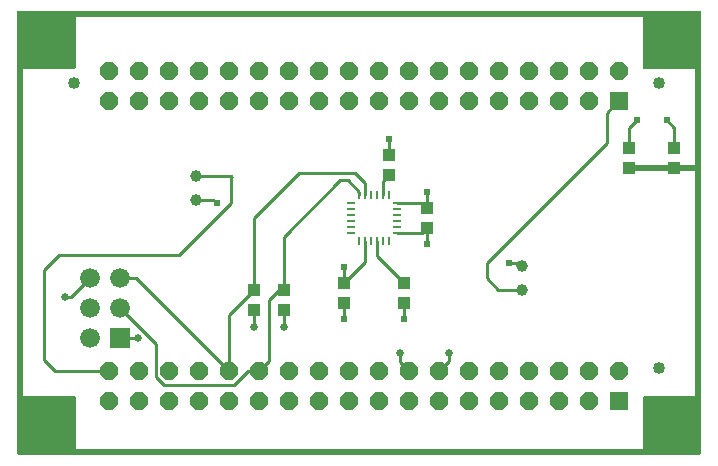
<source format=gbr>
G04 EAGLE Gerber RS-274X export*
G75*
%MOMM*%
%FSLAX34Y34*%
%LPD*%
%INTop Copper*%
%IPPOS*%
%AMOC8*
5,1,8,0,0,1.08239X$1,22.5*%
G01*
%ADD10R,1.100000X1.000000*%
%ADD11C,1.016000*%
%ADD12C,1.004800*%
%ADD13C,0.990600*%
%ADD14C,4.445000*%
%ADD15R,0.790000X0.260000*%
%ADD16R,0.260000X0.790000*%
%ADD17R,1.524000X1.524000*%
%ADD18P,1.649562X8X202.500000*%
%ADD19R,1.676400X1.676400*%
%ADD20C,1.676400*%
%ADD21C,0.254000*%
%ADD22C,0.609600*%
%ADD23C,0.654800*%
%ADD24C,0.508000*%

G36*
X-129756Y402708D02*
X-129756Y402708D01*
X-129763Y402827D01*
X-129776Y402865D01*
X-129781Y402906D01*
X-129824Y403016D01*
X-129861Y403129D01*
X-129883Y403164D01*
X-129898Y403201D01*
X-129967Y403297D01*
X-130031Y403398D01*
X-130061Y403426D01*
X-130084Y403459D01*
X-130176Y403535D01*
X-130263Y403616D01*
X-130298Y403636D01*
X-130329Y403661D01*
X-130437Y403712D01*
X-130541Y403770D01*
X-130581Y403780D01*
X-130617Y403797D01*
X-130734Y403819D01*
X-130849Y403849D01*
X-130909Y403853D01*
X-130929Y403857D01*
X-130950Y403855D01*
X-131010Y403859D01*
X-707390Y403859D01*
X-707508Y403844D01*
X-707627Y403837D01*
X-707665Y403824D01*
X-707706Y403819D01*
X-707816Y403776D01*
X-707929Y403739D01*
X-707964Y403717D01*
X-708001Y403702D01*
X-708097Y403633D01*
X-708198Y403569D01*
X-708226Y403539D01*
X-708259Y403516D01*
X-708335Y403424D01*
X-708416Y403337D01*
X-708436Y403302D01*
X-708461Y403271D01*
X-708512Y403163D01*
X-708570Y403059D01*
X-708580Y403019D01*
X-708597Y402983D01*
X-708619Y402866D01*
X-708649Y402751D01*
X-708653Y402691D01*
X-708657Y402671D01*
X-708655Y402650D01*
X-708659Y402590D01*
X-708659Y29210D01*
X-708644Y29092D01*
X-708637Y28973D01*
X-708624Y28935D01*
X-708619Y28894D01*
X-708576Y28784D01*
X-708539Y28671D01*
X-708517Y28636D01*
X-708502Y28599D01*
X-708433Y28503D01*
X-708369Y28402D01*
X-708339Y28374D01*
X-708316Y28341D01*
X-708224Y28265D01*
X-708137Y28184D01*
X-708102Y28164D01*
X-708071Y28139D01*
X-707963Y28088D01*
X-707859Y28030D01*
X-707819Y28020D01*
X-707783Y28003D01*
X-707666Y27981D01*
X-707551Y27951D01*
X-707491Y27947D01*
X-707471Y27943D01*
X-707450Y27945D01*
X-707390Y27941D01*
X-131010Y27941D01*
X-130892Y27956D01*
X-130773Y27963D01*
X-130735Y27976D01*
X-130694Y27981D01*
X-130584Y28024D01*
X-130471Y28061D01*
X-130436Y28083D01*
X-130399Y28098D01*
X-130303Y28167D01*
X-130202Y28231D01*
X-130174Y28261D01*
X-130141Y28284D01*
X-130065Y28376D01*
X-129984Y28463D01*
X-129964Y28498D01*
X-129939Y28529D01*
X-129888Y28637D01*
X-129830Y28741D01*
X-129820Y28781D01*
X-129803Y28817D01*
X-129781Y28934D01*
X-129751Y29049D01*
X-129747Y29109D01*
X-129743Y29129D01*
X-129745Y29150D01*
X-129741Y29210D01*
X-129741Y402590D01*
X-129756Y402708D01*
G37*
%LPC*%
G36*
X-660400Y354331D02*
X-660400Y354331D01*
X-660282Y354346D01*
X-660163Y354353D01*
X-660125Y354366D01*
X-660084Y354371D01*
X-659974Y354414D01*
X-659861Y354451D01*
X-659826Y354473D01*
X-659789Y354488D01*
X-659693Y354558D01*
X-659592Y354621D01*
X-659564Y354651D01*
X-659531Y354674D01*
X-659456Y354766D01*
X-659374Y354853D01*
X-659354Y354888D01*
X-659329Y354919D01*
X-659278Y355027D01*
X-659220Y355131D01*
X-659210Y355171D01*
X-659193Y355207D01*
X-659171Y355324D01*
X-659141Y355439D01*
X-659137Y355500D01*
X-659133Y355520D01*
X-659135Y355540D01*
X-659131Y355600D01*
X-659131Y398781D01*
X-179069Y398781D01*
X-179069Y355600D01*
X-179054Y355482D01*
X-179047Y355363D01*
X-179034Y355325D01*
X-179029Y355284D01*
X-178986Y355174D01*
X-178949Y355061D01*
X-178927Y355026D01*
X-178912Y354989D01*
X-178843Y354893D01*
X-178779Y354792D01*
X-178749Y354764D01*
X-178726Y354731D01*
X-178634Y354656D01*
X-178547Y354574D01*
X-178512Y354554D01*
X-178481Y354529D01*
X-178373Y354478D01*
X-178269Y354420D01*
X-178229Y354410D01*
X-178193Y354393D01*
X-178076Y354371D01*
X-177961Y354341D01*
X-177901Y354337D01*
X-177881Y354333D01*
X-177860Y354335D01*
X-177800Y354331D01*
X-134619Y354331D01*
X-134619Y77469D01*
X-177800Y77469D01*
X-177918Y77454D01*
X-178037Y77447D01*
X-178075Y77434D01*
X-178116Y77429D01*
X-178226Y77386D01*
X-178339Y77349D01*
X-178374Y77327D01*
X-178411Y77312D01*
X-178507Y77243D01*
X-178608Y77179D01*
X-178636Y77149D01*
X-178669Y77126D01*
X-178745Y77034D01*
X-178826Y76947D01*
X-178846Y76912D01*
X-178871Y76881D01*
X-178922Y76773D01*
X-178980Y76669D01*
X-178990Y76629D01*
X-179007Y76593D01*
X-179029Y76476D01*
X-179059Y76361D01*
X-179063Y76301D01*
X-179067Y76281D01*
X-179065Y76260D01*
X-179066Y76259D01*
X-179067Y76253D01*
X-179066Y76246D01*
X-179069Y76200D01*
X-179069Y33019D01*
X-659131Y33019D01*
X-659131Y76200D01*
X-659146Y76318D01*
X-659153Y76437D01*
X-659166Y76475D01*
X-659171Y76516D01*
X-659214Y76626D01*
X-659251Y76739D01*
X-659273Y76774D01*
X-659288Y76811D01*
X-659358Y76907D01*
X-659421Y77008D01*
X-659451Y77036D01*
X-659474Y77069D01*
X-659566Y77145D01*
X-659653Y77226D01*
X-659688Y77246D01*
X-659719Y77271D01*
X-659827Y77322D01*
X-659931Y77380D01*
X-659971Y77390D01*
X-660007Y77407D01*
X-660124Y77429D01*
X-660239Y77459D01*
X-660300Y77463D01*
X-660320Y77467D01*
X-660340Y77465D01*
X-660400Y77469D01*
X-703581Y77469D01*
X-703581Y354331D01*
X-660400Y354331D01*
G37*
%LPD*%
D10*
X-381000Y156600D03*
X-381000Y173600D03*
X-361950Y220100D03*
X-361950Y237100D03*
X-393700Y264550D03*
X-393700Y281550D03*
X-431800Y156600D03*
X-431800Y173600D03*
X-152400Y270900D03*
X-152400Y287900D03*
D11*
X-165100Y101600D03*
X-165100Y342900D03*
X-660400Y342900D03*
D12*
X-556900Y244000D03*
D13*
X-556900Y264000D03*
D12*
X-281300Y187800D03*
D13*
X-281300Y167800D03*
D14*
X-152400Y381000D03*
X-685800Y381000D03*
X-152400Y50800D03*
D10*
X-190500Y270900D03*
X-190500Y287900D03*
D15*
X-426100Y241100D03*
X-426100Y236100D03*
X-426100Y231100D03*
X-426100Y226100D03*
X-426100Y221100D03*
X-426100Y216100D03*
D16*
X-418900Y208900D03*
X-413900Y208900D03*
X-408900Y208900D03*
X-403900Y208900D03*
X-398900Y208900D03*
X-393900Y208900D03*
D15*
X-386700Y216100D03*
X-386700Y221100D03*
X-386700Y226100D03*
X-386700Y231100D03*
X-386700Y236100D03*
X-386700Y241100D03*
D16*
X-393900Y248300D03*
X-398900Y248300D03*
X-403900Y248300D03*
X-408900Y248300D03*
X-413900Y248300D03*
X-418900Y248300D03*
D17*
X-198800Y73400D03*
D18*
X-198800Y98800D03*
X-224200Y73400D03*
X-224200Y98800D03*
X-249600Y73400D03*
X-249600Y98800D03*
X-275000Y73400D03*
X-275000Y98800D03*
X-300400Y73400D03*
X-300400Y98800D03*
X-325800Y73400D03*
X-325800Y98800D03*
X-351200Y73400D03*
X-351200Y98800D03*
X-376600Y73400D03*
X-376600Y98800D03*
X-402000Y73400D03*
X-402000Y98800D03*
X-427400Y73400D03*
X-427400Y98800D03*
X-452800Y73400D03*
X-452800Y98800D03*
X-478200Y73400D03*
X-478200Y98800D03*
X-503600Y73400D03*
X-503600Y98800D03*
X-529000Y73400D03*
X-529000Y98800D03*
X-554400Y73400D03*
X-554400Y98800D03*
X-579800Y73400D03*
X-579800Y98800D03*
X-605200Y73400D03*
X-605200Y98800D03*
X-630600Y73400D03*
X-630600Y98800D03*
D17*
X-198800Y327400D03*
D18*
X-198800Y352800D03*
X-224200Y327400D03*
X-224200Y352800D03*
X-249600Y327400D03*
X-249600Y352800D03*
X-275000Y327400D03*
X-275000Y352800D03*
X-300400Y327400D03*
X-300400Y352800D03*
X-325800Y327400D03*
X-325800Y352800D03*
X-351200Y327400D03*
X-351200Y352800D03*
X-376600Y327400D03*
X-376600Y352800D03*
X-402000Y327400D03*
X-402000Y352800D03*
X-427400Y327400D03*
X-427400Y352800D03*
X-452800Y327400D03*
X-452800Y352800D03*
X-478200Y327400D03*
X-478200Y352800D03*
X-503600Y327400D03*
X-503600Y352800D03*
X-529000Y327400D03*
X-529000Y352800D03*
X-554400Y327400D03*
X-554400Y352800D03*
X-579800Y327400D03*
X-579800Y352800D03*
X-605200Y327400D03*
X-605200Y352800D03*
X-630600Y327400D03*
X-630600Y352800D03*
D10*
X-508000Y150250D03*
X-508000Y167250D03*
X-482600Y150250D03*
X-482600Y167250D03*
D19*
X-621157Y126619D03*
D20*
X-646557Y126619D03*
X-621157Y152019D03*
X-646557Y152019D03*
X-621157Y177419D03*
X-646557Y177419D03*
D14*
X-685800Y50800D03*
D21*
X-284000Y190500D02*
X-281300Y187800D01*
X-284000Y190500D02*
X-292100Y190500D01*
D22*
X-292100Y190500D03*
D21*
X-190500Y287900D02*
X-190500Y304800D01*
X-184150Y311150D01*
X-152400Y304800D02*
X-152400Y287900D01*
X-152400Y304800D02*
X-158750Y311150D01*
D22*
X-184150Y311150D03*
X-158750Y311150D03*
D21*
X-381000Y156600D02*
X-381000Y142875D01*
D22*
X-539750Y241300D03*
X-381000Y142875D03*
D21*
X-431800Y142875D02*
X-431800Y156600D01*
D22*
X-431800Y142875D03*
D21*
X-361950Y237100D02*
X-361950Y250825D01*
X-365950Y241100D02*
X-386700Y241100D01*
X-365950Y241100D02*
X-361950Y237100D01*
D22*
X-361950Y250825D03*
X-393700Y295275D03*
D21*
X-393700Y281550D01*
X-542450Y244000D02*
X-556900Y244000D01*
X-542450Y244000D02*
X-539750Y241300D01*
X-384175Y106375D02*
X-376600Y98800D01*
X-384175Y106375D02*
X-384175Y114300D01*
D23*
X-384175Y114300D03*
D21*
X-646557Y176657D02*
X-646557Y177419D01*
D23*
X-668528Y161290D03*
D21*
X-662686Y161290D02*
X-646557Y177419D01*
X-662686Y161290D02*
X-668528Y161290D01*
X-413900Y191500D02*
X-413900Y208900D01*
X-413900Y191500D02*
X-431800Y173600D01*
X-431800Y187325D01*
D22*
X-431800Y187325D03*
D21*
X-361950Y206375D02*
X-361950Y220100D01*
X-365950Y216100D02*
X-386700Y216100D01*
X-365950Y216100D02*
X-361950Y220100D01*
D22*
X-361950Y206375D03*
D21*
X-508000Y150250D02*
X-508000Y136525D01*
X-482600Y136525D02*
X-482600Y150250D01*
D23*
X-508000Y136525D03*
X-482600Y136525D03*
X-342900Y114300D03*
D21*
X-342900Y107100D02*
X-351200Y98800D01*
X-342900Y107100D02*
X-342900Y114300D01*
X-620776Y127000D02*
X-621157Y126619D01*
X-620776Y127000D02*
X-606425Y127000D01*
D23*
X-606425Y127000D03*
D21*
X-529000Y146250D02*
X-529000Y98800D01*
X-529000Y146250D02*
X-508000Y167250D01*
X-508000Y228600D01*
X-469900Y266700D01*
X-422275Y266700D01*
X-413900Y258325D02*
X-413900Y248300D01*
X-413900Y258325D02*
X-422275Y266700D01*
X-529000Y98800D02*
X-607619Y177419D01*
X-621157Y177419D01*
X-503600Y98800D02*
X-495300Y107100D01*
X-495300Y158750D01*
X-486800Y167250D01*
X-482600Y167250D01*
X-418900Y248300D02*
X-418900Y250625D01*
X-428625Y260350D01*
X-434975Y260350D01*
X-482600Y212725D01*
X-482600Y167250D01*
X-503600Y98800D02*
X-512836Y98800D01*
X-524685Y86951D01*
X-584116Y86951D01*
X-591230Y94066D01*
X-591230Y122092D02*
X-621157Y152019D01*
X-591230Y122092D02*
X-591230Y94066D01*
X-556900Y264000D02*
X-527525Y264000D01*
X-527050Y263525D01*
X-527525Y264000D02*
X-527525Y240825D01*
X-571500Y196850D01*
X-630600Y98800D02*
X-676650Y98800D01*
X-685800Y107950D01*
X-685800Y184150D01*
X-673100Y196850D01*
X-571500Y196850D01*
X-301150Y167800D02*
X-281300Y167800D01*
X-301150Y167800D02*
X-311150Y177800D01*
X-311150Y190500D01*
X-209550Y292100D02*
X-209550Y317500D01*
X-199650Y327400D01*
X-198800Y327400D01*
X-209550Y292100D02*
X-311150Y190500D01*
X-403900Y196500D02*
X-403900Y208900D01*
X-403900Y196500D02*
X-381000Y173600D01*
X-398900Y248300D02*
X-398900Y259350D01*
X-393700Y264550D01*
D24*
X-190500Y270900D02*
X-152400Y270900D01*
X-134375Y270900D01*
X-133350Y269875D01*
M02*

</source>
